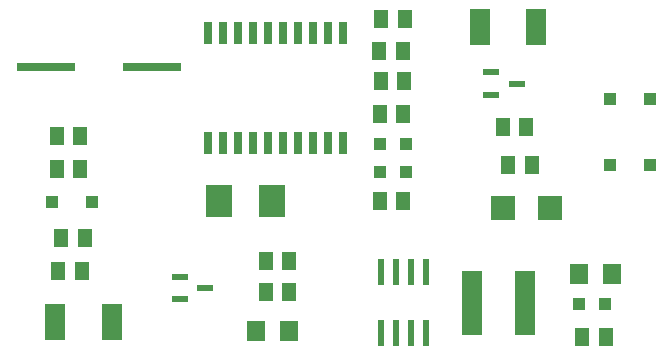
<source format=gtp>
G04 Layer_Color=8421504*
%FSLAX44Y44*%
%MOMM*%
G71*
G01*
G75*
%ADD10R,1.3208X0.5588*%
%ADD11R,1.3208X0.5080*%
%ADD12R,5.0000X0.8000*%
%ADD13R,1.2000X1.6000*%
%ADD14R,1.6000X1.8000*%
%ADD15R,2.0000X2.0000*%
%ADD16R,1.6800X3.1500*%
%ADD17R,1.8000X5.5000*%
%ADD18R,1.1000X1.1000*%
%ADD19R,2.2000X2.8000*%
%ADD20R,1.0000X1.0000*%
%ADD21R,0.6500X1.8500*%
%ADD22R,0.6000X2.2000*%
D10*
X825246Y555498D02*
D03*
Y536702D02*
D03*
X561340Y382270D02*
D03*
Y363474D02*
D03*
D11*
X847090Y546100D02*
D03*
X583184Y372872D02*
D03*
D12*
X447760Y560070D02*
D03*
X537760D02*
D03*
D13*
X654050Y396240D02*
D03*
X634050D02*
D03*
Y369570D02*
D03*
X654050D02*
D03*
X859630Y477520D02*
D03*
X839630D02*
D03*
X834710Y509270D02*
D03*
X854710D02*
D03*
X730570Y520700D02*
D03*
X750570D02*
D03*
X731680Y548640D02*
D03*
X751680D02*
D03*
X730570Y447040D02*
D03*
X750570D02*
D03*
X457200Y473710D02*
D03*
X477200D02*
D03*
X457360Y501650D02*
D03*
X477360D02*
D03*
X458630Y387350D02*
D03*
X478630D02*
D03*
X461010Y415290D02*
D03*
X481010D02*
D03*
X732000Y600710D02*
D03*
X752000D02*
D03*
X730250Y574040D02*
D03*
X750250D02*
D03*
X922020Y331470D02*
D03*
X902020D02*
D03*
D14*
X626080Y336550D02*
D03*
X654080D02*
D03*
X927130Y384810D02*
D03*
X899130D02*
D03*
D15*
X834710Y440690D02*
D03*
X874710D02*
D03*
D16*
X863370Y594360D02*
D03*
X815570D02*
D03*
X503960Y344170D02*
D03*
X456160D02*
D03*
D17*
X853990Y360680D02*
D03*
X808990D02*
D03*
D18*
X730680Y471170D02*
D03*
X752680D02*
D03*
X730680Y495300D02*
D03*
X752680D02*
D03*
X921590Y359410D02*
D03*
X899590D02*
D03*
D19*
X639720Y447040D02*
D03*
X594720D02*
D03*
D20*
X452900Y445770D02*
D03*
X486900D02*
D03*
X925340Y477520D02*
D03*
X959340D02*
D03*
X925340Y533400D02*
D03*
X959340D02*
D03*
D21*
X585470Y589040D02*
D03*
X598170D02*
D03*
X610870D02*
D03*
X623570D02*
D03*
X636270D02*
D03*
X648970D02*
D03*
X661670D02*
D03*
X674370D02*
D03*
X687070D02*
D03*
X699770D02*
D03*
Y495540D02*
D03*
X687070D02*
D03*
X674370D02*
D03*
X661670D02*
D03*
X648970D02*
D03*
X636270D02*
D03*
X623570D02*
D03*
X610870D02*
D03*
X598170D02*
D03*
X585470D02*
D03*
D22*
X769620Y386679D02*
D03*
X756920D02*
D03*
X731520D02*
D03*
X769620Y334679D02*
D03*
X756920D02*
D03*
X731520D02*
D03*
X744220Y386679D02*
D03*
Y334679D02*
D03*
M02*

</source>
